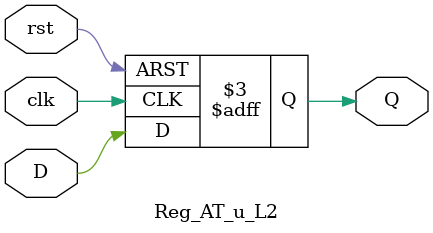
<source format=v>
module Reg_AT_u_L2(
 input	wire 	 	 D,
 input	wire			 clk,rst,
 output reg 	 	 Q
 );

 always @(posedge clk or negedge rst)
  begin
   if (!rst)
   	Q<=1'b0;
   else 
   	Q<=D;
  end		
endmodule


</source>
